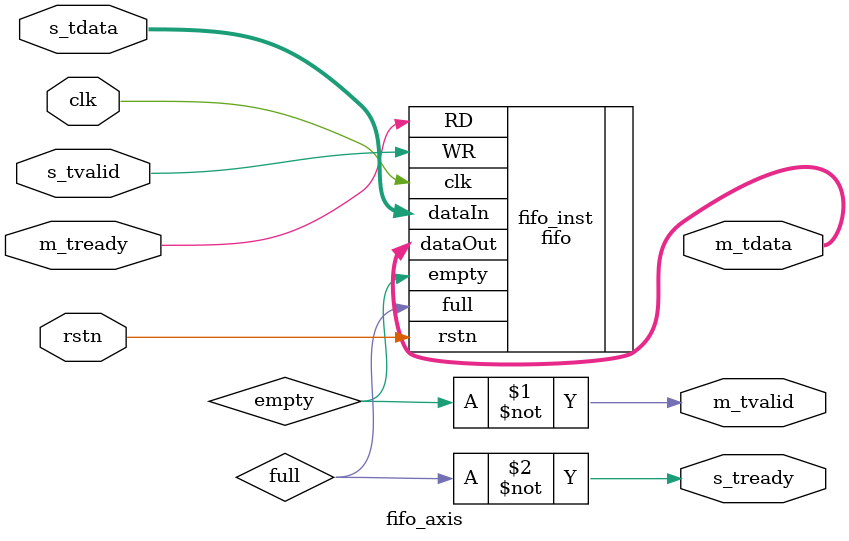
<source format=v>
`timescale 1ns/1ps

module fifo_axis
 #(
    parameter DATAWIDTH = 8,
    parameter DEPTH = 4,
    parameter PTR_WIDTH = 2
  )
  (
    input clk,
    input rstn,
    //write interface
    input s_tvalid,
    input [DATAWIDTH-1:0] s_tdata,
    output s_tready ,

    // read interface
    input m_tready,
    output  [DATAWIDTH-1:0] m_tdata ,
    output   m_tvalid
  );

  wire full;
  wire empty;

  assign m_tvalid = ~empty;

  assign s_tready = ~full;

    fifo #(.DATAWIDTH(DATAWIDTH), .DEPTH(DEPTH), .PTR_WIDTH(PTR_WIDTH ) )

   fifo_inst (
         .clk(clk),
         .rstn(rstn),

         .dataIn(s_tdata),
         .full(full),
         .WR(s_tvalid),

         .dataOut( m_tdata),
         .empty(empty),
         .RD(m_tready)
  );


   endmodule

</source>
